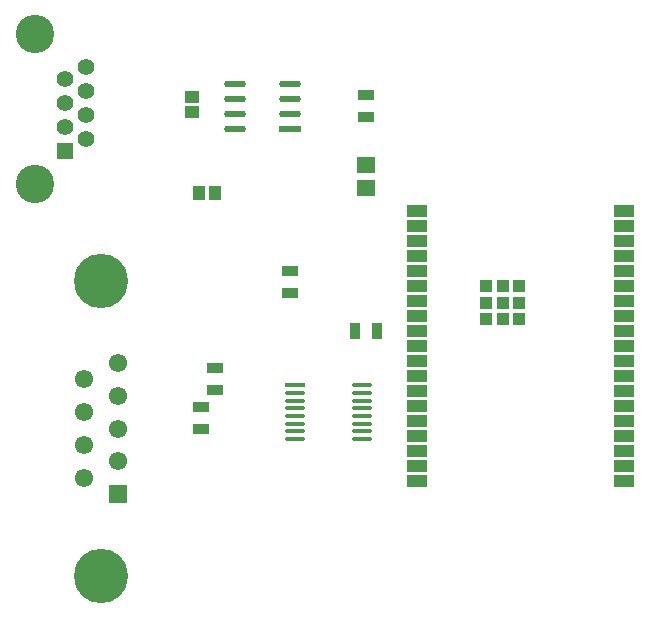
<source format=gts>
G04*
G04 #@! TF.GenerationSoftware,Altium Limited,Altium Designer,24.10.1 (45)*
G04*
G04 Layer_Color=8388736*
%FSLAX44Y44*%
%MOMM*%
G71*
G04*
G04 #@! TF.SameCoordinates,A659C5E8-25CF-42C6-9C85-9A39C97684D2*
G04*
G04*
G04 #@! TF.FilePolarity,Negative*
G04*
G01*
G75*
%ADD18R,1.5562X1.3549*%
%ADD19R,1.4000X0.9500*%
%ADD20R,0.9500X1.4000*%
%ADD21R,1.6554X0.3808*%
G04:AMPARAMS|DCode=22|XSize=1.6554mm|YSize=0.3808mm|CornerRadius=0.1904mm|HoleSize=0mm|Usage=FLASHONLY|Rotation=0.000|XOffset=0mm|YOffset=0mm|HoleType=Round|Shape=RoundedRectangle|*
%AMROUNDEDRECTD22*
21,1,1.6554,0.0000,0,0,0.0*
21,1,1.2747,0.3808,0,0,0.0*
1,1,0.3808,0.6373,0.0000*
1,1,0.3808,-0.6373,0.0000*
1,1,0.3808,-0.6373,0.0000*
1,1,0.3808,0.6373,0.0000*
%
%ADD22ROUNDEDRECTD22*%
%ADD24R,1.8692X0.5421*%
G04:AMPARAMS|DCode=25|XSize=1.8692mm|YSize=0.5421mm|CornerRadius=0.2711mm|HoleSize=0mm|Usage=FLASHONLY|Rotation=180.000|XOffset=0mm|YOffset=0mm|HoleType=Round|Shape=RoundedRectangle|*
%AMROUNDEDRECTD25*
21,1,1.8692,0.0000,0,0,180.0*
21,1,1.3270,0.5421,0,0,180.0*
1,1,0.5421,-0.6635,0.0000*
1,1,0.5421,0.6635,0.0000*
1,1,0.5421,0.6635,0.0000*
1,1,0.5421,-0.6635,0.0000*
%
%ADD25ROUNDEDRECTD25*%
%ADD27R,1.7032X1.1032*%
%ADD28R,1.1032X1.1032*%
%ADD29R,1.1032X1.2032*%
%ADD30R,1.2032X1.1032*%
%ADD31C,1.3900*%
%ADD32R,1.3900X1.3900*%
%ADD33C,3.2500*%
%ADD34R,1.5500X1.5500*%
%ADD35C,1.5500*%
%ADD36C,4.6000*%
D18*
X334010Y380537D02*
D03*
Y400050D02*
D03*
D19*
Y440690D02*
D03*
Y459190D02*
D03*
X269240Y309880D02*
D03*
Y291380D02*
D03*
X205740Y228050D02*
D03*
Y209550D02*
D03*
X194310Y195030D02*
D03*
Y176530D02*
D03*
D20*
X324400Y259080D02*
D03*
X342900D02*
D03*
D21*
X274006Y213250D02*
D03*
D22*
Y206750D02*
D03*
Y200250D02*
D03*
Y193750D02*
D03*
Y187250D02*
D03*
Y180750D02*
D03*
Y174250D02*
D03*
Y167750D02*
D03*
X330514D02*
D03*
Y174250D02*
D03*
Y180750D02*
D03*
Y187250D02*
D03*
Y193750D02*
D03*
Y200250D02*
D03*
Y206750D02*
D03*
Y213250D02*
D03*
D24*
X269516Y430530D02*
D03*
D25*
X269516Y443230D02*
D03*
X269516Y455930D02*
D03*
Y468630D02*
D03*
X223244D02*
D03*
Y455930D02*
D03*
X223244Y443230D02*
D03*
X223244Y430530D02*
D03*
D27*
X377050Y361180D02*
D03*
Y348480D02*
D03*
Y335780D02*
D03*
Y323080D02*
D03*
Y310380D02*
D03*
Y297680D02*
D03*
Y284980D02*
D03*
Y272280D02*
D03*
Y259580D02*
D03*
Y246880D02*
D03*
Y234180D02*
D03*
Y221480D02*
D03*
Y208780D02*
D03*
Y196080D02*
D03*
Y183380D02*
D03*
Y170680D02*
D03*
Y157980D02*
D03*
Y145280D02*
D03*
Y132580D02*
D03*
X552050D02*
D03*
Y145280D02*
D03*
Y157980D02*
D03*
Y170680D02*
D03*
Y183380D02*
D03*
Y196080D02*
D03*
Y208780D02*
D03*
Y221480D02*
D03*
Y234180D02*
D03*
Y246880D02*
D03*
Y259580D02*
D03*
Y272280D02*
D03*
Y284980D02*
D03*
Y297680D02*
D03*
Y310380D02*
D03*
Y323080D02*
D03*
Y335780D02*
D03*
Y348480D02*
D03*
Y361180D02*
D03*
D28*
X449550Y283180D02*
D03*
X435550Y269180D02*
D03*
X449550D02*
D03*
X463550D02*
D03*
Y283180D02*
D03*
Y297180D02*
D03*
X449550D02*
D03*
X435550D02*
D03*
Y283180D02*
D03*
D29*
X205740Y375920D02*
D03*
X192740D02*
D03*
D30*
X186690Y457500D02*
D03*
Y444500D02*
D03*
D31*
X96520Y482600D02*
D03*
X78740Y472440D02*
D03*
X96520Y462280D02*
D03*
X78740Y452120D02*
D03*
X96520Y441960D02*
D03*
X78740Y431800D02*
D03*
X96520Y421640D02*
D03*
D32*
X78740Y411480D02*
D03*
D33*
X53340Y383540D02*
D03*
Y510540D02*
D03*
D34*
X123650Y121250D02*
D03*
D35*
X95250Y135100D02*
D03*
X123650Y148950D02*
D03*
X95250Y162800D02*
D03*
X123650Y176650D02*
D03*
X95250Y190500D02*
D03*
X123650Y204350D02*
D03*
X95250Y218200D02*
D03*
X123650Y232050D02*
D03*
D36*
X109250Y301600D02*
D03*
Y51700D02*
D03*
M02*

</source>
